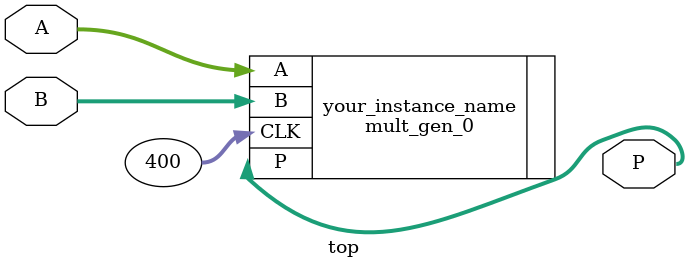
<source format=sv>
`timescale 1ns / 1ps


module top(
    input logic [15 : 0] A,
    input logic [15 : 0] B,
    output logic [31 : 0] P
    );
    localparam int CLK = 400;
    
    mult_gen_0 your_instance_name (
  .CLK(CLK),  // input wire CLK
  .A(A),      // input wire [15 : 0] A
  .B(B),      // input wire [15 : 0] B
  .P(P)      // output wire [31 : 0] P
  );
endmodule

</source>
